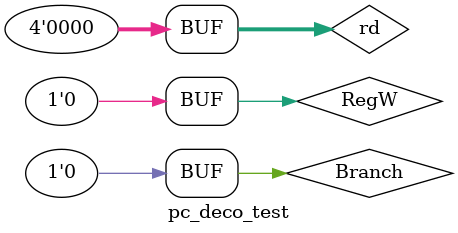
<source format=v>
`timescale 1ns / 1ps


module pc_deco_test;

	// Inputs
	reg [3:0] rd;
	reg RegW;
	reg Branch;

	// Outputs
	wire PCS;

	// Instantiate the Unit Under Test (UUT)
	pc_decoder uut (
		.rd(rd), 
		.RegW(RegW), 
		.Branch(Branch), 
		.PCS(PCS)
	);

	initial begin
		// Initialize Inputs
		rd = 0;
		RegW = 0;
		Branch = 0;

		// Wait 100 ns for global reset to finish
		#100;
        
		// Add stimulus here

	end
      
endmodule


</source>
